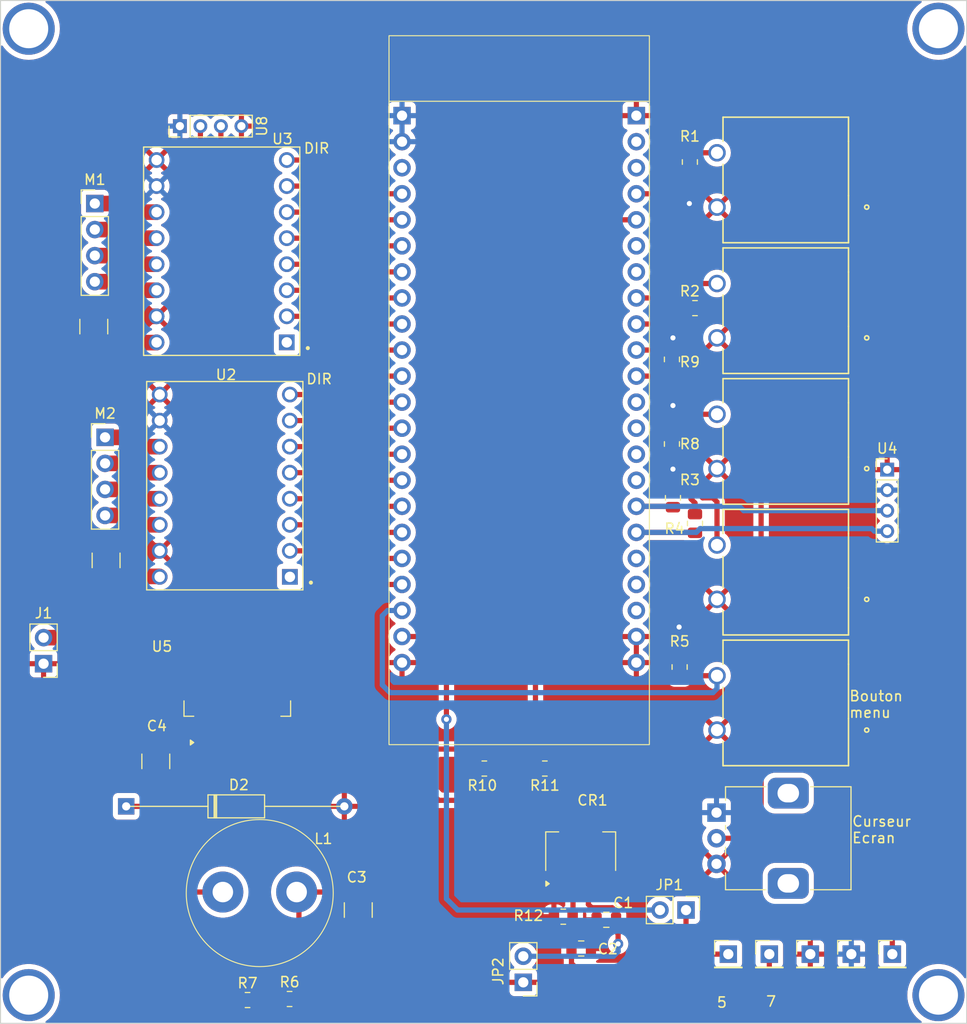
<source format=kicad_pcb>
(kicad_pcb (version 20240108) (generator "pcbnew") (generator_version "8.0")
  (layers (0 "F.Cu" signal) (31 "B.Cu" signal) (34 "B.Paste" user) (35 "F.Paste" user) (36 "B.SilkS" user "B.Silkscreen") (37 "F.SilkS" user "F.Silkscreen") (38 "B.Mask" user) (39 "F.Mask" user) (44 "Edge.Cuts" user))
  (net 0 "")
  (net 1 "/VOUT_BUCK")
  (net 2 "GND")
  (net 3 "Net-(CR1-VOUT)")
  (net 4 "+12V")
  (net 5 "Net-(D2-K)")
  (net 6 "/C_AZ")
  (net 7 "/3V3")
  (net 8 "/C_EL")
  (net 9 "/SDA")
  (net 10 "/SDL")
  (net 11 "/Bouton")
  (net 12 "Net-(U5-FB)")
  (net 13 "/C_AZ2")
  (net 14 "/C_EL2")
  (net 15 "/batterie")
  (net 16 "/Curseur")
  (net 17 "/MS3_1")
  (net 18 "/SLEEP1")
  (net 19 "/DIR1")
  (net 20 "/RESET1")
  (net 22 "/Step1")
  (net 23 "/MS2_1")
  (net 24 "/MS2_2")
  (net 25 "/Step2")
  (net 26 "/MS3_2")
  (net 27 "/SLEEP2")
  (net 29 "/RESET2")
  (net 30 "/MS1_2")
  (net 31 "/DIR2")
  (net 32 "Net-(JP2-A)")
  (net 33 "/RX")
  (net 34 "/TX")
  (net 35 "+5V")
  (net 44 "/2A")
  (net 45 "/1A")
  (net 46 "/1B")
  (net 47 "/MS1_1")
  (net 48 "/2B")
  (net 49 "/2Aa")
  (net 50 "/1Bb")
  (net 51 "/2Bb")
  (net 52 "/1Aa")
  (footprint "Resistor_SMD:R_0805_2012Metric" (layer "F.Cu") (at 88.7 115.9 180)
    (property "Reference" "R10")
    (property "Value" "100k" (hide yes))
  )
  (footprint "Resistor_SMD:R_0805_2012Metric" (layer "F.Cu") (at 109.25 92 90)
    (property "Reference" "R4")
    (property "Value" "4.7k" (hide yes))
  )
  (footprint "Connector_PinHeader_2.54mm:PinHeader_1x02_P2.54mm_Vertical" (layer "F.Cu") (at 108.375 129.7 -90)
    (property "Reference" "JP1")
    (property "Value" "Jumper_2_Open" (hide yes))
  )
  (footprint "Connector_PinHeader_2.54mm:PinHeader_1x04_P2.54mm_Vertical" (layer "F.Cu") (at 50.7 60.8)
    (property "Reference" "M1")
    (property "Value" "Azimuth")
  )
  (footprint "Resistor_SMD:R_0805_2012Metric" (layer "F.Cu") (at 107 84.25 -90)
    (property "Reference" "R8")
    (property "Value" "4.7k" (hide yes))
  )
  (footprint "Connector_PinHeader_2.00mm:PinHeader_1x04_P2.00mm_Vertical" (layer "F.Cu") (at 128 86.75)
    (property "Reference" "U4")
    (property "Value" "Ecran")
  )
  (footprint "Capacitor_SMD:C_1210_3225Metric_Pad1.33x2.70mm_HandSolder" (layer "F.Cu") (at 51.8 95.6 90)
    (property "Reference" "C5" (hide yes))
    (property "Value" "100uF" (hide yes))
  )
  (footprint "Capacitor_SMD:C_1210_3225Metric_Pad1.33x2.70mm_HandSolder" (layer "F.Cu") (at 50.6 72.8 90)
    (property "Reference" "C6" (hide yes))
    (property "Value" "100uF" (hide yes))
  )
  (footprint "Capacitor_SMD:C_1210_3225Metric_Pad1.33x2.70mm_HandSolder" (layer "F.Cu") (at 56.65 115.2 -90)
    (property "Reference" "C4")
    (property "Value" "100uF" (hide yes))
  )
  (footprint "Resistor_SMD:R_0805_2012Metric" (layer "F.Cu") (at 107.75 106 90)
    (property "Reference" "R5")
    (property "Value" "4.7k" (hide yes))
  )
  (footprint "Connector_PinHeader_2.54mm:PinHeader_1x02_P2.54mm_Vertical" (layer "F.Cu") (at 92.5 136.75 180)
    (property "Reference" "JP2")
    (property "Value" "Jumper_2_Open" (hide yes))
  )
  (footprint "" (layer "F.Cu") (at 44.25 138)
    (property "Reference" "")
    (property "Value" "")
  )
  (footprint "" (layer "F.Cu") (at 44.25 43.75)
    (property "Reference" "")
    (property "Value" "")
  )
  (footprint "Potentiometer_THT:Potentiometer_Alps_RK09K_Single_Vertical" (layer "F.Cu") (at 111.35 120.2)
    (property "Reference" "RV3" (hide yes))
    (property "Value" "Curseur ecran" (hide yes))
  )
  (footprint "maLibrairie2:3pointswichpdv" (layer "F.Cu") (at 111.39815 112.15 180)
    (property "Reference" "SW1" (hide yes))
    (property "Value" "Boutton" (hide yes))
  )
  (footprint "Capacitor_SMD:C_0805_2012Metric" (layer "F.Cu") (at 98.15 133.45)
    (property "Reference" "C2")
    (property "Value" "10uF" (hide yes))
  )
  (footprint "Resistor_SMD:R_0805_2012Metric" (layer "F.Cu") (at 94.6 115.9 180)
    (property "Reference" "R11")
    (property "Value" "30k" (hide yes))
  )
  (footprint "Connector_PinHeader_2.54mm:PinHeader_1x01_P2.54mm_Vertical" (layer "F.Cu") (at 120.5 134)
    (property "Reference" "TP2" (hide yes))
    (property "Value" "TestPoint" (hide yes))
  )
  (footprint "Capacitor_SMD:C_1210_3225Metric_Pad1.33x2.70mm_HandSolder" (layer "F.Cu") (at 76.4 129.7 -90)
    (property "Reference" "C3")
    (property "Value" "120uF" (hide yes))
  )
  (footprint "maLibrairie2:3pointswichpdv" (layer "F.Cu") (at 111.39815 61.15 180)
    (property "Reference" "SW2" (hide yes))
    (property "Value" "Boutton" (hide yes))
  )
  (footprint "Capacitor_SMD:C_0805_2012Metric" (layer "F.Cu") (at 100.6 130.65 180)
    (property "Reference" "C1")
    (property "Value" "100nF" (hide yes))
  )
  (footprint "Resistor_SMD:R_0805_2012Metric" (layer "F.Cu") (at 107.1 89.5 90)
    (property "Reference" "R3")
    (property "Value" "4.7k" (hide yes))
  )
  (footprint "Resistor_SMD:R_0805_2012Metric" (layer "F.Cu") (at 96.4 130.35)
    (property "Reference" "R12")
    (property "Value" "120(1%)" (hide yes))
  )
  (footprint "Resistor_SMD:R_0805_2012Metric" (layer "F.Cu") (at 108.75 56.75 -90)
    (property "Reference" "R1")
    (property "Value" "4.7k" (hide yes))
  )
  (footprint "Resistor_SMD:R_0805_2012Metric" (layer "F.Cu") (at 107 76 -90)
    (property "Reference" "R9")
    (property "Value" "4.7k" (hide yes))
  )
  (footprint "Package_TO_SOT_SMD:TO-263-5_TabPin3" (layer "F.Cu") (at 64.6 105.975 90)
    (property "Reference" "U5")
    (property "Value" "LM2576HVS-5" (hide yes))
  )
  (footprint "maLibrairie2:VROOMVROOM" (layer "F.Cu") (at 63.38 88.3181 180)
    (property "Reference" "U2")
    (property "Value" "~" (hide yes))
  )
  (footprint "Resistor_SMD:R_0805_2012Metric" (layer "F.Cu") (at 109.25 71)
    (property "Reference" "R2")
    (property "Value" "4.7k" (hide yes))
  )
  (footprint "" (layer "F.Cu") (at 133 138)
    (property "Reference" "")
    (property "Value" "")
  )
  (footprint "maLibrairie2:MY SHIT" (layer "F.Cu") (at 93.2 79.4)
    (property "Reference" "U9" (hide yes))
    (property "Value" "~" (hide yes))
  )
  (footprint "Resistor_SMD:R_0805_2012Metric" (layer "F.Cu") (at 69.7 138.375)
    (property "Reference" "R6")
    (property "Value" "7.5k" (hide yes))
  )
  (footprint "Connector_PinHeader_2.54mm:PinHeader_1x01_P2.54mm_Vertical" (layer "F.Cu") (at 128.5 134)
    (property "Reference" "TP3" (hide yes))
    (property "Value" "TestPoint" (hide yes))
  )
  (footprint "Package_TO_SOT_SMD:SOT-223-5" (layer "F.Cu") (at 98.1 124.05 90)
    (property "Reference" "CR1")
    (property "Value" "LD1117S33CTR" (hide yes))
  )
  (footprint "maLibrairie2:3pointswichpdv" (layer "F.Cu") (at 111.39815 73.9 180)
    (property "Reference" "SW3" (hide yes))
    (property "Value" "Boutton" (hide yes))
  )
  (footprint "maLibrairie2:3pointswichpdv" (layer "F.Cu") (at 111.39815 86.65 180)
    (property "Reference" "SW5" (hide yes))
    (property "Value" "Boutton" (hide yes))
  )
  (footprint "Connector_PinHeader_2.00mm:PinHeader_1x04_P2.00mm_Vertical" (layer "F.Cu") (at 59 53.25 90)
    (property "Reference" "U8")
    (property "Value" "GPS")
  )
  (footprint "Resistor_SMD:R_0805_2012Metric" (layer "F.Cu") (at 65.6 138.475)
    (property "Reference" "R7")
    (property "Value" "1.6k" (hide yes))
  )
  (footprint "" (layer "F.Cu") (at 133 43.75)
    (property "Reference" "")
    (property "Value" "")
  )
  (footprint "Connector_PinHeader_2.54mm:PinHeader_1x02_P2.54mm_Vertical" (layer "F.Cu") (at 45.7 105.675 180)
    (property "Reference" "J1")
    (property "Value" "12V" (hide yes))
  )
  (footprint "maLibrairie2:DIODE" (layer "F.Cu") (at 61.76 121.8375)
    (property "Reference" "D2")
    (property "Value" "D" (hide yes))
  )
  (footprint "Connector_PinHeader_2.54mm:PinHeader_1x04_P2.54mm_Vertical" (layer "F.Cu") (at 51.7 83.6)
    (property "Reference" "M2")
    (property "Value" "Elevation")
  )
  (footprint "maLibrairie2:Bobine" (layer "F.Cu") (at 66.8 128.075)
    (property "Reference" "L1")
    (property "Value" "220uH" (hide yes))
  )
  (footprint "Connector_PinHeader_2.54mm:PinHeader_1x01_P2.54mm_Vertical" (layer "F.Cu") (at 124.5 134)
    (property "Reference" "TP4" (hide yes))
    (property "Value" "TestPoint" (hide yes))
  )
  (footprint "maLibrairie2:VROOMVROOM" (layer "F.Cu") (at 63.0775 65.4481 180)
    (property "Reference" "U3")
    (property "Value" "~" (hide yes))
  )
  (footprint "maLibrairie2:3pointswichpdv" (layer "F.Cu") (at 111.39815 99.4 180)
    (property "Reference" "SW4" (hide yes))
    (property "Value" "Boutton" (hide yes))
  )
  (footprint "Connector_PinHeader_2.54mm:PinHeader_1x01_P2.54mm_Vertical" (layer "F.Cu") (at 116.5 134)
    (property "Reference" "TP5" (hide yes))
    (property "Value" "TestPoint" (hide yes))
  )
  (footprint "Connector_PinHeader_2.54mm:PinHeader_1x01_P2.54mm_Vertical" (layer "F.Cu") (at 112.5 134)
    (property "Reference" "TP1" (hide yes))
    (property "Value" "TestPoint" (hide yes))
  )
  (gr_rect (start 41.5 41) (end 135.75 140.75) (stroke (width 0.1)) (fill none) (layer "Edge.Cuts"))
  (gr_text "5" (at 111.3 139.3 0) (layer "F.SilkS") (effects (font (size 1 1)) (justify left bottom)))
  (gr_text "DIR" (at 71 56 0) (layer "F.SilkS") (effects (font (size 1 1)) (justify left bottom)))
  (gr_text "DIR" (at 71.25 78.5 0) (layer "F.SilkS") (effects (font (size 1 1)) (justify left bottom)))
  (gr_text "7" (at 116.1 139.2 0) (layer "F.SilkS") (effects (font (size 1 1)) (justify left bottom)))
  (gr_text "Bouton\nmenu" (at 124.22555 111.028543 0) (layer "F.SilkS") (effects (font (size 1 1)) (justify left bottom)))
  (gr_text "Curseur\nEcran\n" (at 124.5 123.25 0) (layer "F.SilkS") (effects (font (size 1 1)) (justify left bottom)))
  (segment (start 98.85 129.15) (end 98.85 127.1) (width 0.508) (layer "F.Cu") (net 1))
  (segment (start 101.55 130.65) (end 101.55 131.8) (width 0.508) (layer "F.Cu") (net 1))
  (segment (start 101.55 130.65) (end 101.55 129.85) (width 0.508) (layer "F.Cu") (net 1))
  (segment (start 99.171 129.471) (end 98.85 129.15) (width 0.508) (layer "F.Cu") (net 1))
  (segment (start 101.55 129.85) (end 101.171 129.471) (width 0.508) (layer "F.Cu") (net 1))
  (segment (start 101.75 133) (end 101.75 132) (width 0.508) (layer "F.Cu") (net 1))
  (segment (start 101.55 131.8) (end 101.75 132) (width 0.508) (layer "F.Cu") (net 1))
  (segment (start 101.171 129.471) (end 99.171 129.471) (width 0.508) (layer "F.Cu") (net 1))
  (via (at 101.75 133) (size 1) (drill 0.5) (layers "F.Cu" "B.Cu") (net 1))
  (segment (start 101.29 134.21) (end 92.5 134.21) (width 0.508) (layer "B.Cu") (net 1))
  (segment (start 101.75 133) (end 101.75 133.75) (width 0.508) (layer "B.Cu") (net 1))
  (segment (start 101.75 133.75) (end 101.29 134.21) (width 0.508) (layer "B.Cu") (net 1))
  (segment (start 56.7275 71.7981) (end 54.6981 71.7981) (width 1.524) (layer "F.Cu") (net 2))
  (segment (start 54.7375 94.0375) (end 51.8 94.0375) (width 1.524) (layer "F.Cu") (net 2))
  (segment (start 57.03 94.6681) (end 55.3681 94.6681) (width 1.524) (layer "F.Cu") (net 2))
  (segment (start 54.6981 71.7981) (end 54.1375 71.2375) (width 1.524) (layer "F.Cu") (net 2))
  (segment (start 55.3681 94.6681) (end 54.7375 94.0375) (width 1.524) (layer "F.Cu") (net 2))
  (segment (start 54.1375 71.2375) (end 50.6 71.2375) (width 1.524) (layer "F.Cu") (net 2))
  (segment (start 64.6 113.625) (end 64.6 104.475) (width 1.524) (layer "F.Cu") (net 2))
  (segment (start 97.2 130.4625) (end 97.3125 130.35) (width 0.508) (layer "F.Cu") (net 3))
  (segment (start 97.35 127.1) (end 97.35 130.3125) (width 0.508) (layer "F.Cu") (net 3))
  (segment (start 108.375 135.025) (end 108.375 134) (width 0.508) (layer "F.Cu") (net 3))
  (segment (start 97.9 135.6) (end 107.8 135.6) (width 0.508) (layer "F.Cu") (net 3))
  (segment (start 97.2 133.45) (end 97.2 130.4625) (width 0.508) (layer "F.Cu") (net 3))
  (segment (start 97.2 133.45) (end 97.2 134.9) (width 0.508) (layer "F.Cu") (net 3))
  (segment (start 108.375 134) (end 108.375 129.7) (width 0.508) (layer "F.Cu") (net 3))
  (segment (start 112.5 134) (end 108.375 134) (width 0.508) (layer "F.Cu") (net 3))
  (segment (start 97.35 130.3125) (end 97.3125 130.35) (width 0.508) (layer "F.Cu") (net 3))
  (segment (start 97.2 134.9) (end 97.9 135.6) (width 0.508) (layer "F.Cu") (net 3))
  (segment (start 107.8 135.6) (end 108.375 135.025) (width 0.508) (layer "F.Cu") (net 3))
  (segment (start 50.6 74.3625) (end 48.6125 74.3625) (width 1.524) (layer "F.Cu") (net 4))
  (segment (start 87.2 114) (end 83.5 114) (width 0.508) (layer "F.Cu") (net 4))
  (segment (start 84.25 119) (end 83.5 118.25) (width 0.508) (layer "F.Cu") (net 4))
  (segment (start 50.6 74.3625) (end 56.7031 74.3625) (width 1.524) (layer "F.Cu") (net 4))
  (segment (start 113.75 129.75) (end 113 129) (width 0.508) (layer "F.Cu") (net 4))
  (segment (start 128.5 134) (end 128.5 130.5) (width 0.508) (layer "F.Cu") (net 4))
  (segment (start 54.3 100.1) (end 54.3 99) (width 1.524) (layer "F.Cu") (net 4))
  (segment (start 87.7875 114.5875) (end 87.2 114) (width 0.508) (layer "F.Cu") (net 4))
  (segment (start 52.6 112.7) (end 52.6 110.2) (width 1.524) (layer "F.Cu") (net 4))
  (segment (start 103.25 127.25) (end 102.5 126.5) (width 0.508) (layer "F.Cu") (net 4))
  (segment (start 101.75 119) (end 84.25 119) (width 0.508) (layer "F.Cu") (net 4))
  (segment (start 56.7031 74.3625) (end 56.7275 74.3381) (width 1.524) (layer "F.Cu") (net 4))
  (segment (start 83.5 114) (end 73.7 114) (width 0.508) (layer "F.Cu") (net 4))
  (segment (start 72.9 99.6) (end 72.3 99) (width 0.508) (layer "F.Cu") (net 4))
  (segment (start 54.3 97.1625) (end 56.9844 97.1625) (width 1.524) (layer "F.Cu") (net 4))
  (segment (start 61.2 113.625) (end 56.6625 113.625) (width 1.524) (layer "F.Cu") (net 4))
  (segment (start 127.75 129.75) (end 113.75 129.75) (width 0.508) (layer "F.Cu") (net 4))
  (segment (start 102.5 119.75) (end 101.75 119) (width 0.508) (layer "F.Cu") (net 4))
  (segment (start 52.565 103.135) (end 52.6 103.1) (width 1.524) (layer "F.Cu") (net 4))
  (segment (start 72.9 113.2) (end 72.9 99.6) (width 0.508) (layer "F.Cu") (net 4))
  (segment (start 113 129) (end 113 127.75) (width 0.508) (layer "F.Cu") (net 4))
  (segment (start 56.9844 97.1625) (end 57.03 97.2081) (width 1.524) (layer "F.Cu") (net 4))
  (segment (start 52.6 103.1) (end 52.6 101.8) (width 1.524) (layer "F.Cu") (net 4))
  (segment (start 72.3 99) (end 54.3 99) (width 0.508) (layer "F.Cu") (net 4))
  (segment (start 51.8 97.1625) (end 53.8 97.1625) (width 1.524) (layer "F.Cu") (net 4))
  (segment (start 45.7 103.135) (end 48 103.135) (width 1.524) (layer "F.Cu") (net 4))
  (segment (start 52.6 101.8) (end 54.3 100.1) (width 1.524) (layer "F.Cu") (net 4))
  (segment (start 53.8 97.1625) (end 54.3 97.1625) (width 1.524) (layer "F.Cu") (net 4))
  (segment (start 48.6125 74.3625) (end 48 74.975) (width 1.524) (layer "F.Cu") (net 4))
  (segment (start 48 103.135) (end 52.565 103.135) (width 1.524) (layer "F.Cu") (net 4))
  (segment (start 83.5 118.25) (end 83.5 114) (width 0.508) (layer "F.Cu") (net 4))
  (segment (start 52.6 110.2) (end 52.6 103.1) (width 1.524) (layer "F.Cu") (net 4))
  (segment (start 73.7 114) (end 72.9 113.2) (width 0.508) (layer "F.Cu") (net 4))
  (segment (start 102.5 126.5) (end 102.5 119.75) (width 0.508) (layer "F.Cu") (net 4))
  (segment (start 61.1875 113.6375) (end 61.2 113.625) (width 0.508) (layer "F.Cu") (net 4))
  (segment (start 128.5 130.5) (end 127.75 129.75) (width 0.508) (layer "F.Cu") (net 4))
  (segment (start 113 127.75) (end 112.5 127.25) (width 0.508) (layer "F.Cu") (net 4))
  (segment (start 56.6625 113.625) (end 56.65 113.6375) (width 1.524) (layer "F.Cu") (net 4))
  (segment (start 54.3 99) (end 54.3 97.1625) (width 1.524) (layer "F.Cu") (net 4))
  (segment (start 56.65 113.6375) (end 53.5375 113.6375) (width 1.524) (layer "F.Cu") (net 4))
  (segment (start 112.5 127.25) (end 103.25 127.25) (width 0.508) (layer "F.Cu") (net 4))
  (segment (start 53.5375 113.6375) (end 52.6 112.7) (width 1.524) (layer "F.Cu") (net 4))
  (segment (start 48 74.975) (end 48 103.135) (width 1.524) (layer "F.Cu") (net 4))
  (segment (start 87.7875 115.9) (end 87.7875 114.5875) (width 0.508) (layer "F.Cu") (net 4))
  (segment (start 59.145 127.945) (end 58.65 127.45) (width 0.508) (layer "F.Cu") (net 5))
  (segment (start 58.65 127.45) (end 58.65 119.5875) (width 0.508) (layer "F.Cu") (net 5))
  (segment (start 53.76 119.5875) (end 58.65 119.5875) (width 0.508) (layer "F.Cu") (net 5))
  (segment (start 63.19 127.945) (end 59.145 127.945) (width 0.508) (layer "F.Cu") (net 5))
  (segment (start 62.9 118.9) (end 62.9 113.625) (width 0.508) (layer "F.Cu") (net 5))
  (segment (start 58.65 119.5875) (end 62.2125 119.5875) (width 0.508) (layer "F.Cu") (net 5))
  (segment (start 62.2125 119.5875) (end 62.9 118.9) (width 0.508) (layer "F.Cu") (net 5))
  (segment (start 111.39815 55.85) (end 107.65 55.85) (width 0.508) (layer "F.Cu") (net 6))
  (segment (start 106.49187 70.00813) (end 103.53 70.00813) (width 0.508) (layer "F.Cu") (net 6))
  (segment (start 107.65 55.85) (end 107 56.5) (width 0.508) (layer "F.Cu") (net 6))
  (segment (start 107 69.5) (end 106.49187 70.00813) (width 0.508) (layer "F.Cu") (net 6))
  (segment (start 107 56.5) (end 107 69.5) (width 0.508) (layer "F.Cu") (net 6))
  (segment (start 107.1 73.9) (end 109.1 73.9) (width 0.508) (layer "F.Cu") (net 7))
  (segment (start 107.1 85.9) (end 107 85.8) (width 0.508) (layer "F.Cu") (net 7))
  (segment (start 110.1625 72.1375) (end 110.1625 71) (width 0.508) (layer "F.Cu") (net 7))
  (segment (start 108.75 58.85) (end 108.7 58.9) (width 0.508) (layer "F.Cu") (net 7))
  (segment (start 107.75 102.15) (end 107.7 102.1) (width 0.508) (layer "F.Cu") (net 7))
  (segment (start 108.45 86.7) (end 107.1 86.7) (width 0.508) (layer "F.Cu") (net 7))
  (segment (start 107.75 105.0875) (end 107.75 102.15) (width 0.508) (layer "F.Cu") (net 7))
  (segment (start 109.6 72.7) (end 110.1625 72.1375) (width 0.508) (layer "F.Cu") (net 7))
  (segment (start 108.7 60.8) (end 108.7 58.9) (width 0.508) (layer "F.Cu") (net 7))
  (segment (start 107.1 85.2625) (end 107 85.1625) (width 0.508) (layer "F.Cu") (net 7))
  (segment (start 107.1 86.7) (end 107.1 85.9) (width 0.508) (layer "F.Cu") (net 7))
  (segment (start 109.25 90) (end 108.865 89.615) (width 0.508) (layer "F.Cu") (net 7))
  (segment (start 107.1 78.3) (end 107 78.2) (width 0.508) (layer "F.Cu") (net 7))
  (segment (start 109.6 73.4) (end 109.6 72.7) (width 0.508) (layer "F.Cu") (net 7))
  (segment (start 107.1 88.5875) (end 107.1 86.7) (width 0.508) (layer "F.Cu") (net 7))
  (segment (start 108.865 87.115) (end 108.45 86.7) (width 0.508) (layer "F.Cu") (net 7))
  (segment (start 107 85.1625) (end 107 85.8) (width 0.508) (layer "F.Cu") (net 7))
  (segment (start 109.1 73.9) (end 109.6 73.4) (width 0.508) (layer "F.Cu") (net 7))
  (segment (start 107 76.9125) (end 107 78.2) (width 0.508) (layer "F.Cu") (net 7))
  (segment (start 107.1 80.5) (end 107.1 78.3) (width 0.508) (layer "F.Cu") (net 7))
  (segment (start 109.25 91.0875) (end 109.25 90) (width 0.508) (layer "F.Cu") (net 7))
  (segment (start 108.75 57.6625) (end 108.75 58.85) (width 0.508) (layer "F.Cu") (net 7))
  (segment (start 108.865 89.615) (end 108.865 87.115) (width 0.508) (layer "F.Cu") (net 7))
  (via (at 107.7 102.1) (size 1) (drill 0.5) (layers "F.Cu" "B.Cu") (net 7))
  (via (at 107.1 73.9) (size 1) (drill 0.5) (layers "F.Cu" "B.Cu") (net 7))
  (via (at 108.7 60.8) (size 1) (drill 0.5) (layers "F.Cu" "B.Cu") (net 7))
  (via (at 107.1 80.5) (size 1) (drill 0.5) (layers "F.Cu" "B.Cu") (net 7))
  (via (at 107.1 86.7) (size 1) (drill 0.5) (layers "F.Cu" "B.Cu") (net 7))
  (segment (start 107.9 60.8) (end 108.7 60.8) (width 0.508) (layer "B.Cu") (net 7))
  (segment (start 107.1 86.7) (end 107.1 80.5) (width 0.508) (layer "B.Cu") (net 7))
  (segment (start 107.1 61.6) (end 107.9 60.8) (width 0.508) (layer "B.Cu") (net 7))
  (segment (start 107.1 73.9) (end 107.1 61.6) (width 0.508) (layer "B.Cu") (net 7))
  (segment (start 107.1 80.5) (end 107.1 73.9) (width 0.508) (layer "B.Cu") (net 7))
  (segment (start 108.5 69) (end 108.5 72.25) (width 0.508) (layer "F.Cu") (net 8))
  (segment (start 108.5 72.25) (end 108.20187 72.54813) (width 0.508) (layer "F.Cu") (net 8))
  (segment (start 108.9 68.6) (end 108.5 69) (width 0.508) (layer "F.Cu") (net 8))
  (segment (start 108.20187 72.54813) (end 103.53 72.54813) (width 0.508) (layer "F.Cu") (net 8))
  (segment (start 111.39815 68.6) (end 108.9 68.6) (width 0.508) (layer "F.Cu") (net 8))
  (segment (start 109.20563 92.86813) (end 109.25 92.9125) (width 0.508) (layer "F.Cu") (net 9))
  (segment (start 103.53 92.86813) (end 109.20563 92.86813) (width 0.508) (layer "F.Cu") (net 9))
  (segment (start 109.38187 92.86813) (end 109.75 92.5) (width 0.508) (layer "B.Cu") (net 9))
  (segment (start 126.75 92.75) (end 126.5 92.5) (width 0.508) (layer "B.Cu") (net 9))
  (segment (start 128 92.75) (end 126.75 92.75) (width 0.508) (layer "B.Cu") (net 9))
  (segment (start 109.75 92.5) (end 126.5 92.5) (width 0.508) (layer "B.Cu") (net 9))
  (segment (start 103.53 92.86813) (end 109.38187 92.86813) (width 0.508) (layer "B.Cu") (net 9))
  (segment (start 103.53 90.32813) (end 107.16563 90.32813) (width 0.508) (layer "F.Cu") (net 10))
  (segment (start 107.16563 90.32813) (end 107.25 90.4125) (width 0.508) (layer "F.Cu") (net 10))
  (segment (start 114 90.75) (end 128 90.75) (width 0.508) (layer "B.Cu") (net 10))
  (segment (start 103.53 90.32813) (end 113.57813 90.32813) (width 0.508) (layer "B.Cu") (net 10))
  (segment (start 113.57813 90.32813) (end 114 90.75) (width 0.508) (layer "B.Cu") (net 10))
  (segment (start 107.8125 106.85) (end 107.75 106.9125) (width 0.508) (layer "F.Cu") (net 11))
  (segment (start 111.39815 106.85) (end 107.8125 106.85) (width 0.508) (layer "F.Cu") (net 11))
  (segment (start 111.39815 108.10185) (end 111 108.5) (width 0.508) (layer "B.Cu") (net 11))
  (segment (start 78.75 107.75) (end 78.75 101) (width 0.508) (layer "B.Cu") (net 11))
  (segment (start 79.26187 100.48813) (end 80.67 100.48813) (width 0.508) (layer "B.Cu") (net 11))
  (segment (start 111.39815 106.85) (end 111.39815 108.10185) (width 0.508) (layer "B.Cu") (net 11))
  (segment (start 78.75 101) (end 79.26187 100.48813) (width 0.508) (layer "B.Cu") (net 11))
  (segment (start 111 108.5) (end 79.5 108.5) (width 0.508) (layer "B.Cu") (net 11))
  (segment (start 79.5 108.5) (end 78.75 107.75) (width 0.508) (layer "B.Cu") (net 11))
  (segment (start 68.7875 138.375) (end 66.6125 138.375) (width 0.508) (layer "F.Cu") (net 12))
  (segment (start 66.6125 138.375) (end 66.5125 138.475) (width 0.508) (layer "F.Cu") (net 12))
  (segment (start 66.3 113.625) (end 66.3 138.2625) (width 0.508) (layer "F.Cu") (net 12))
  (segment (start 66.3 138.2625) (end 66.5125 138.475) (width 0.508) (layer "F.Cu") (net 12))
  (segment (start 111.39815 94.1) (end 111.39815 89.89815) (width 0.508) (layer "F.Cu") (net 13))
  (segment (start 109.5 89) (end 109.5 84.75) (width 0.508) (layer "F.Cu") (net 13))
  (segment (start 108 83.25) (end 106.25 83.25) (width 0.508) (layer "F.Cu") (net 13))
  (segment (start 104.87813 77.62813) (end 103.53 77.62813) (width 0.508) (layer "F.Cu") (net 13))
  (segment (start 106.25 83.25) (end 105.75 82.75) (width 0.508) (layer "F.Cu") (net 13))
  (segment (start 111 89.5) (end 110 89.5) (width 0.508) (layer "F.Cu") (net 13))
  (segment (start 110 89.5) (end 109.5 89) (width 0.508) (layer "F.Cu") (net 13))
  (segment (start 105.75 82.75) (end 105.75 78.5) (width 0.508) (layer "F.Cu") (net 13))
  (segment (start 105.75 78.5) (end 104.87813 77.62813) (width 0.508) (layer "F.Cu") (net 13))
  (segment (start 111.39815 89.89815) (end 111 89.5) (width 0.508) (layer "F.Cu") (net 13))
  (segment (start 109.5 84.75) (end 108 83.25) (width 0.508) (layer "F.Cu") (net 13))
  (segment (start 109.35 81.35) (end 108.75 80.75) (width 0.508) (layer "F.Cu") (net 14))
  (segment (start 103.53 75.08813) (end 106.99937 75.08813) (width 0.508) (layer "F.Cu") (net 14))
  (segment (start 106.99937 75.08813) (end 107 75.0875) (width 0.508) (layer "F.Cu") (net 14))
  (segment (start 108.75 80.75) (end 108.75 75.5) (width 0.508) (layer "F.Cu") (net 14))
  (segment (start 108.3375 75.0875) (end 107 75.0875) (width 0.508) (layer "F.Cu") (net 14))
  (segment (start 108.75 75.5) (end 108.3375 75.0875) (width 0.508) (layer "F.Cu") (net 14))
  (segment (start 111.39815 81.35) (end 109.35 81.35) (width 0.508) (layer "F.Cu") (net 14))
  (segment (start 90.2 111.6) (end 93.6875 111.6) (width 0.508) (layer "F.Cu") (net 15))
  (segment (start 93.6875 63.1125) (end 94.41187 62.38813) (width 0.508) (layer "F.Cu") (net 15))
  (segment (start 93.6875 111.6) (end 93.6875 63.1125) (width 0.508) (layer "F.Cu") (net 15))
  (segment (start 93.6875 115.9) (end 93.6875 111.6) (width 0.508) (layer "F.Cu") (net 15))
  (segment (start 89.6125 112.1875) (end 90.2 111.6) (width 0.508) (layer "F.Cu") (net 15))
  (segment (start 94.41187 62.38813) (end 103.53 62.38813) (width 0.508) (layer "F.Cu") (net 15))
  (segment (start 89.6125 115.9) (end 89.6125 112.1875) (width 0.508) (layer "F.Cu") (net 15))
  (segment (start 105.8 54.7) (end 105.8 59) (width 0.508) (layer "F.Cu") (net 16))
  (segment (start 115.7 54.6) (end 114.9 53.8) (width 0.508) (layer "F.Cu") (net 16))
  (segment (start 104.95187 59.84813) (end 103.53 59.84813) (width 0.508) (layer "F.Cu") (net 16))
  (segment (start 106.7 53.8) (end 105.8 54.7) (width 0.508) (layer "F.Cu") (net 16))
  (segment (start 105.8 59) (end 104.95187 59.84813) (width 0.508) (layer "F.Cu") (net 16))
  (segment (start 115.7 122.1) (end 115.7 54.6) (width 0.508) (layer "F.Cu") (net 16))
  (segment (start 114.9 53.8) (end 106.7 53.8) (width 0.508) (layer "F.Cu") (net 16))
  (segment (start 111.35 122.7) (end 115.1 122.7) (width 0.508) (layer "F.Cu") (net 16))
  (segment (start 115.1 122.7) (end 115.7 122.1) (width 0.508) (layer "F.Cu") (net 16))
  (segment (start 74.86813 92.86813) (end 80.67 92.86813) (width 0.508) (layer "F.Cu") (net 17))
  (segment (start 74.25 92.25) (end 74.86813 92.86813) (width 0.508) (layer "F.Cu") (net 17))
  (segment (start 69.73 89.5881) (end 73.8381 89.5881) (width 0.508) (layer "F.Cu") (net 17))
  (segment (start 73.8381 89.5881) (end 74.25 90) (width 0.508) (layer "F.Cu") (net 17))
  (segment (start 74.25 90) (end 74.25 92.25) (width 0.508) (layer "F.Cu") (net 17))
  (segment (start 76.53813 87.78813) (end 80.67 87.78813) (width 0.508) (layer "F.Cu") (net 18))
  (segment (start 69.73 84.5081) (end 75.5081 84.5081) (width 0.508) (layer "F.Cu") (net 18))
  (segment (start 75.5081 84.5081) (end 76.25 85.25) (width 0.508) (layer "F.Cu") (net 18))
  (segment (start 76.25 87.5) (end 76.53813 87.78813) (width 0.508) (layer "F.Cu") (net 18))
  (segment (start 76.25 85.25) (end 76.25 87.5) (width 0.508) (layer "F.Cu") (net 18))
  (segment (start 71.0281 79.4281) (end 72.4 80.8) (width 0.508) (layer "F.Cu") (net 19))
  (segment (start 79 82.7) (end 79.00813 82.70813) (width 0.508) (layer "F.Cu") (net 19))
  (segment (start 78.2 82.3) (end 78.6 82.7) (width 0.508) (layer "F.Cu") (net 19))
  (segment (start 79.00813 82.70813) (end 80.67 82.70813) (width 0.508) (layer "F.Cu") (net 19))
  (segment (start 72.4 80.8) (end 77.7 80.8) (width 0.508) (layer "F.Cu") (net 19))
  (segment (start 78.2 81.3) (end 78.2 82.3) (width 0.508) (layer "F.Cu") (net 19))
  (segment (start 77.7 80.8) (end 78.2 81.3) (width 0.508) (layer "F.Cu") (net 19))
  (segment (start 69.73 79.4281) (end 71.0281 79.4281) (width 0.508) (layer "F.Cu") (net 19))
  (segment (start 78.6 82.7) (end 79 82.7) (width 0.508) (layer "F.Cu") (net 19))
  (segment (start 75.82813 90.32813) (end 80.67 90.32813) (width 0.508) (layer "F.Cu") (net 20))
  (segment (start 74.5481 87.0481) (end 75.25 87.75) (width 0.508) (layer "F.Cu") (net 20))
  (segment (start 75.25 87.75) (end 75.25 89.75) (width 0.508) (layer "F.Cu") (net 20))
  (segment (start 75.25 89.75) (end 75.82813 90.32813) (width 0.508) (layer "F.Cu") (net 20))
  (segment (start 69.73 87.0481) (end 74.5481 87.0481) (width 0.508) (layer "F.Cu") (net 20))
  (segment (start 76.75 84.75) (end 77.24813 85.24813) (width 0.508) (layer "F.Cu") (net 22))
  (segment (start 76.75 82.5) (end 76.75 84.75) (width 0.508) (layer "F.Cu") (net 22))
  (segment (start 76.2181 81.9681) (end 76.75 82.5) (width 0.508) (layer "F.Cu") (net 22))
  (segment (start 77.24813 85.24813) (end 80.67 85.24813) (width 0.508) (layer "F.Cu") (net 22))
  (segment (start 69.73 81.9681) (end 76.2181 81.9681) (width 0.508) (layer "F.Cu") (net 22))
  (segment (start 73.5 94.8125) (end 74.09563 95.40813) (width 0.508) (layer "F.Cu") (net 23))
  (segment (start 73.5 92.5) (end 73.5 94.8125) (width 0.508) (layer "F.Cu") (net 23))
  (segment (start 73.1281 92.1281) (end 73.5 92.5) (width 0.508) (layer "F.Cu") (net 23))
  (segment (start 69.73 92.1281) (end 73.1281 92.1281) (width 0.508) (layer "F.Cu") (net 23))
  (segment (start 74.09563 95.40813) (end 80.67 95.40813) (width 0.508) (layer "F.Cu") (net 23))
  (segment (start 75.34626 72.54813) (end 74.75 71.95187) (width 0.508) (layer "F.Cu") (net 24))
  (segment (start 74.75 71.95187) (end 74.75 69.75) (width 0.508) (layer "F.Cu") (net 24))
  (segment (start 74.75 69.75) (end 74.2581 69.2581) (width 0.508) (layer "F.Cu") (net 24))
  (segment (start 80.67 72.54813) (end 75.34626 72.54813) (width 0.508) (layer "F.Cu") (net 24))
  (segment (start 74.2581 69.2581) (end 69.4275 69.2581) (width 0.508) (layer "F.Cu") (net 24))
  (segment (start 78.63813 62.38813) (end 78 61.75) (width 0.508) (layer "F.Cu") (net 25))
  (segment (start 80.67 62.38813) (end 78.63813 62.38813) (width 0.508) (layer "F.Cu") (net 25))
  (segment (start 78 61.75) (end 78 59.75) (width 0.508) (layer "F.Cu") (net 25))
  (segment (start 78 59.75) (end 77.3481 59.0981) (width 0.508) (layer "F.Cu") (net 25))
  (segment (start 77.3481 59.0981) (end 69.4275 59.0981) (width 0.508) (layer "F.Cu") (net 25))
  (segment (start 76 69.5) (end 76.50813 70.00813) (width 0.508) (layer "F.Cu") (net 26))
  (segment (start 76 67.25) (end 76 69.5) (width 0.508) (layer "F.Cu") (net 26))
  (segment (start 75.4681 66.7181) (end 76 67.25) (width 0.508) (layer "F.Cu") (net 26))
  (segment (start 69.4275 66.7181) (end 75.4681 66.7181) (width 0.508) (layer "F.Cu") (net 26))
  (segment (start 76.50813 70.00813) (end 80.67 70.00813) (width 0.508) (layer "F.Cu") (net 26))
  (segment (start 80.67 64.92813) (end 77.92813 64.92813) (width 0.508) (layer "F.Cu") (net 27))
  (segment (start 77.5 62.25) (end 76.8881 61.6381) (width 0.508) (layer "F.Cu") (net 27))
  (segment (start 77.92813 64.92813) (end 77.5 64.5) (width 0.508) (layer "F.Cu") (net 27))
  (segment (start 76.8881 61.6381) (end 69.4275 61.6381) (width 0.508) (layer "F.Cu") (net 27))
  (segment (start 77.5 64.5) (end 77.5 62.25) (width 0.508) (layer "F.Cu") (net 27))
  (segment (start 76.5 64.75) (end 75.9281 64.1781) (width 0.508) (layer "F.Cu") (net 29))
  (segment (start 80.67 67.46813) (end 77.21813 67.46813) (width 0.508) (layer "F.Cu") (net 29))
  (segment (start 77.21813 67.46813) (end 76.5 66.75) (width 0.508) (layer "F.Cu") (net 29))
  (segment (start 75.9281 64.1781) (end 69.4275 64.1781) (width 0.508) (layer "F.Cu") (net 29))
  (segment (start 76.5 66.75) (end 76.5 64.75) (width 0.508) (layer "F.Cu") (net 29))
  (segment (start 73.3981 71.7981) (end 73.9 72.3) (width 0.508) (layer "F.Cu") (net 30))
  (segment (start 69.4275 71.7981) (end 73.3981 71.7981) (width 0.508) (layer "F.Cu") (net 30))
  (segment (start 73.9 74.4) (end 74.58813 75.08813) (width 0.508) (layer "F.Cu") (net 30))
  (segment (start 74.58813 75.08813) (end 80.67 75.08813) (width 0.508) (layer "F.Cu") (net 30))
  (segment (start 73.9 72.3) (end 73.9 74.4) (width 0.508) (layer "F.Cu") (net 30))
  (segment (start 78.0581 56.5581) (end 69.4275 56.5581) (width 0.508) (layer "F.Cu") (net 31))
  (segment (start 80.67 59.84813) (end 79.09813 59.84813) (width 0.508) (layer "F.Cu") (net 31))
  (segment (start 78.5 57) (end 78.0581 56.5581) (width 0.508) (layer "F.Cu") (net 31))
  (segment (start 79.09813 59.84813) (end 78.5 59.25) (width 0.508) (layer "F.Cu") (net 31))
  (segment (start 78.5 59.25) (end 78.5 57) (width 0.508) (layer "F.Cu") (net 31))
  (segment (start 70.6125 138.375) (end 70.6125 128.1675) (width 0.508) (layer "F.Cu") (net 32))
  (segment (start 78.3875 128.1375) (end 76.4 128.1375) (width 0.508) (layer "F.Cu") (net 32))
  (segment (start 116.5 136.25) (end 116 136.75) (width 0.508) (layer "F.Cu") (net 32))
  (segment (start 79 136) (end 79 128.75) (width 0.508) (layer "F.Cu") (net 32))
  (segment (start 70.39 127.945) (end 76.2075 127.945) (width 0.508) (layer "F.Cu") (net 32))
  (segment (start 76.2075 127.945) (end 76.4 128.1375) (width 0.508) (layer "F.Cu") (net 32))
  (segment (start 79.75 136.75) (end 79 136) (width 0.508) (layer "F.Cu") (net 32))
  (segment (start 79 128.75) (end 78.3875 128.1375) (width 0.508) (layer "F.Cu") (net 32))
  (segment (start 116 136.75) (end 79.75 136.75) (width 0.508) (layer "F.Cu") (net 32))
  (segment (start 70.6125 128.1675) (end 70.39 127.945) (width 0.508) (layer "F.Cu") (net 32))
  (segment (start 116.5 134) (end 116.5 136.25) (width 0.508) (layer "F.Cu") (net 32))
  (segment (start 73 79.1) (end 71.4 77.5) (width 0.508) (layer "F.Cu") (net 33))
  (segment (start 77.4 79.1) (end 73 79.1) (width 0.508) (layer "F.Cu") (net 33))
  (segment (start 71.4 77.5) (end 61.75 77.5) (width 0.508) (layer "F.Cu") (net 33))
  (segment (start 80.67 80.16813) (end 78.46813 80.16813) (width 0.508) (layer "F.Cu") (net 33))
  (segment (start 61 76.75) (end 61 53.25) (width 0.508) (layer "F.Cu") (net 33))
  (segment (start 61.75 77.5) (end 61 76.75) (width 0.508) (layer "F.Cu") (net 33))
  (segment (start 78.46813 80.16813) (end 77.4 79.1) (width 0.508) (layer "F.Cu") (net 33))
  (segment (start 63 75) (end 63 53.25) (width 0.508) (layer "F.Cu") (net 34))
  (segment (start 74.42813 77.62813) (end 72.9 76.1) (width 0.508) (layer "F.Cu") (net 34))
  (segment (start 80.67 77.62813) (end 74.42813 77.62813) (width 0.508) (layer "F.Cu") (net 34))
  (segment (start 64.1 76.1) (end 63 75) (width 0.508) (layer "F.Cu") (net 34))
  (segment (start 72.9 76.1) (end 64.1 76.1) (width 0.508) (layer "F.Cu") (net 34))
  (segment (start 80.67 103.02813) (end 83.72813 103.02813) (width 0.508) (layer "F.Cu") (net 35))
  (segment (start 85 104.3) (end 85 111.1) (width 0.508) (layer "F.Cu") (net 35))
  (segment (start 84.3 103.6) (end 85 104.3) (width 0.508) (layer "F.Cu") (net 35))
  (segment (start 83.72813 103.02813) (end 84.3 103.6) (width 0.508) (layer "F.Cu") (net 35))
  (via (at 85 111.1) (size 1) (drill 0.5) (layers "F.Cu" "B.Cu") (net 35))
  (segment (start 86.1 129.7) (end 105.835 129.7) (width 0.508) (layer "B.Cu") (net 35))
  (segment (start 85 111.1) (end 85 128.6) (width 0.508) (layer "B.Cu") (net 35))
  (segment (start 85 128.6) (end 86.1 129.7) (width 0.508) (layer "B.Cu") (net 35))
  (segment (start 51.7 88.68) (end 54.38 88.68) (width 1.524) (layer "F.Cu") (net 44))
  (segment (start 54.38 88.68) (end 55.2881 89.5881) (width 1.524) (layer "F.Cu") (net 44))
  (segment (start 55.2881 89.5881) (end 57.03 89.5881) (width 1.524) (layer "F.Cu") (net 44))
  (segment (start 51.7 86.14) (end 54.14 86.14) (width 1.524) (layer "F.Cu") (net 45))
  (segment (start 54.14 86.14) (end 55.0481 87.0481) (width 1.524) (layer "F.Cu") (net 45))
  (segment (start 55.0481 87.0481) (end 57.03 87.0481) (width 1.524) (layer "F.Cu") (net 45))
  (segment (start 55.0081 84.5081) (end 57.03 84.5081) (width 1.524) (layer "F.Cu") (net 46))
  (segment (start 54.1 83.6) (end 55.0081 84.5081) (width 1.524) (layer "F.Cu") (net 46))
  (segment (start 51.7 83.6) (end 54.1 83.6) (width 1.524) (layer "F.Cu") (net 46))
  (segment (start 72.5 97.25) (end 73.19813 97.94813) (width 0.508) (layer "F.Cu") (net 47))
  (segment (start 69.73 94.6681) (end 71.9181 94.6681) (width 0.508) (layer "F.Cu") (net 47))
  (segment (start 73.19813 97.94813) (end 80.67 97.94813) (width 0.508) (layer "F.Cu") (net 47))
  (segment (start 71.9181 94.6681) (end 72.5 95.25) (width 0.508) (layer "F.Cu") (net 47))
  (segment (start 72.5 95.25) (end 72.5 97.25) (width 0.508) (layer "F.Cu") (net 47))
  (segment (start 54.52 91.22) (end 55.4281 92.1281) (width 1.524) (layer "F.Cu") (net 48))
  (segment (start 51.7 91.22) (end 54.52 91.22) (width 1.524) (layer "F.Cu") (net 48))
  (segment (start 55.4281 92.1281) (end 57.03 92.1281) (width 1.524) (layer "F.Cu") (net 48))
  (segment (start 56.7275 66.7181) (end 54.8181 66.7181) (width 1.524) (layer "F.Cu") (net 49))
  (segment (start 54.8181 66.7181) (end 53.98 65.88) (width 1.524) (layer "F.Cu") (net 49))
  (segment (start 53.98 65.88) (end 50.7 65.88) (width 1.524) (layer "F.Cu") (net 49))
  (segment (start 53.5 60.8) (end 50.7 60.8) (width 1.524) (layer "F.Cu") (net 50))
  (segment (start 56.7275 61.6381) (end 54.3381 61.6381) (width 1.524) (layer "F.Cu") (net 50))
  (segment (start 54.3381 61.6381) (end 53.5 60.8) (width 1.524) (layer "F.Cu") (net 50))
  (segment (start 54.2581 69.2581) (end 53.42 68.42) (width 1.524) (layer "F.Cu") (net 51))
  (segment (start 53.42 68.42) (end 50.7 68.42) (width 1.524) (layer "F.Cu") (net 51))
  (segment (start 56.7275 69.2581) (end 54.2581 69.2581) (width 1.524) (layer "F.Cu") (net 51))
  (segment (start 53.84 63.34) (end 50.7 63.34) (width 1.524) (layer "F.Cu") (net 52))
  (segment (start 54.6781 64.1781) (end 53.84 63.34) (width 1.524) (layer "F.Cu") (net 52))
  (segment (start 56.7275 64.1781) (end 54.6781 64.1781) (width 1.524) (layer "F.Cu") (net 52))
  (zone (net 2) (net_name "GND") (layer "F.Cu") (connect_pads (clearance 0.5)) (min_thickness 0.25) (fill yes (thermal_gap 0.5) (thermal_bridge_width 0.5))
    (polygon (pts (xy 41.5 41) (xy 135.75 41) (xy 135.75 140.75) (xy 41.5 140.75)))
  )
  (zone (net 7) (net_name "/3V3") (layer "B.Cu") (priority 1) (connect_pads (clearance 0.5)) (min_thickness 0.25) (fill yes (thermal_gap 0.5) (thermal_bridge_width 0.5))
    (polygon (pts (xy 41.5 140.75) (xy 41.5 41) (xy 135.75 41) (xy 135.75 140.75)))
  )
)
</source>
